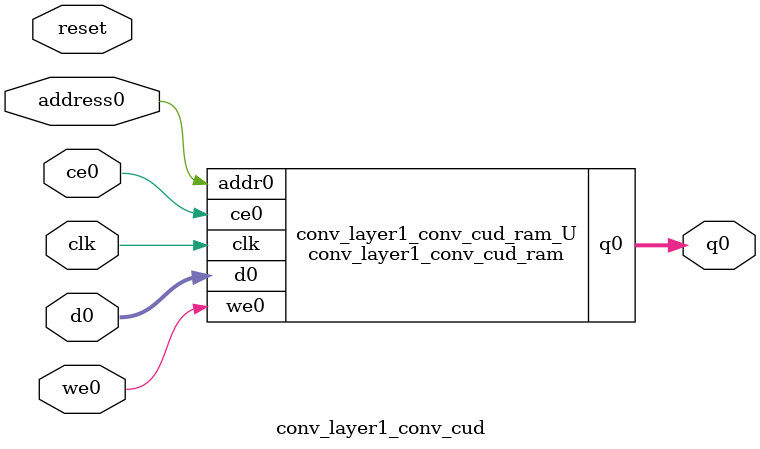
<source format=v>

`timescale 1 ns / 1 ps
module conv_layer1_conv_cud_ram (addr0, ce0, d0, we0, q0,  clk);

parameter DWIDTH = 16;
parameter AWIDTH = 1;
parameter MEM_SIZE = 2;

input[AWIDTH-1:0] addr0;
input ce0;
input[DWIDTH-1:0] d0;
input we0;
output reg[DWIDTH-1:0] q0;
input clk;

(* ram_style = "distributed" *)reg [DWIDTH-1:0] ram[0:MEM_SIZE-1];




always @(posedge clk)  
begin 
    if (ce0) 
    begin
        if (we0) 
        begin 
            ram[addr0] <= d0; 
            q0 <= d0;
        end 
        else 
            q0 <= ram[addr0];
    end
end


endmodule


`timescale 1 ns / 1 ps
module conv_layer1_conv_cud(
    reset,
    clk,
    address0,
    ce0,
    we0,
    d0,
    q0);

parameter DataWidth = 32'd16;
parameter AddressRange = 32'd2;
parameter AddressWidth = 32'd1;
input reset;
input clk;
input[AddressWidth - 1:0] address0;
input ce0;
input we0;
input[DataWidth - 1:0] d0;
output[DataWidth - 1:0] q0;



conv_layer1_conv_cud_ram conv_layer1_conv_cud_ram_U(
    .clk( clk ),
    .addr0( address0 ),
    .ce0( ce0 ),
    .d0( d0 ),
    .we0( we0 ),
    .q0( q0 ));

endmodule


</source>
